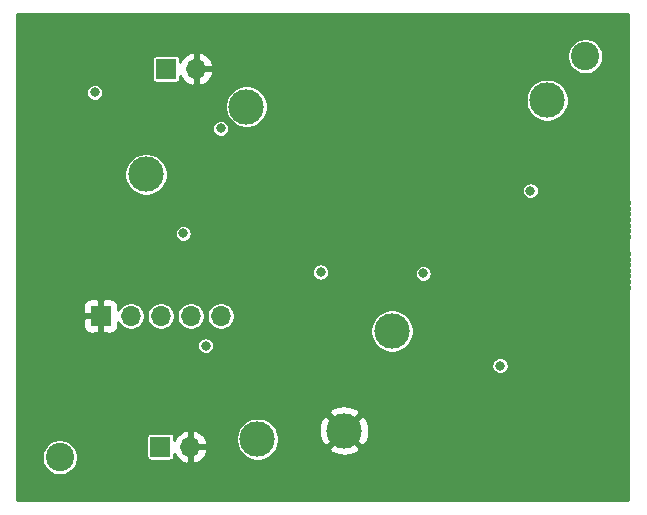
<source format=gbr>
%TF.GenerationSoftware,KiCad,Pcbnew,(5.1.8)-1*%
%TF.CreationDate,2021-01-15T01:55:51+01:00*%
%TF.ProjectId,Microwave_LO_Generator,4d696372-6f77-4617-9665-5f4c4f5f4765,rev?*%
%TF.SameCoordinates,Original*%
%TF.FileFunction,Copper,L4,Bot*%
%TF.FilePolarity,Positive*%
%FSLAX46Y46*%
G04 Gerber Fmt 4.6, Leading zero omitted, Abs format (unit mm)*
G04 Created by KiCad (PCBNEW (5.1.8)-1) date 2021-01-15 01:55:51*
%MOMM*%
%LPD*%
G01*
G04 APERTURE LIST*
%TA.AperFunction,ComponentPad*%
%ADD10C,0.600000*%
%TD*%
%TA.AperFunction,ComponentPad*%
%ADD11C,2.200000*%
%TD*%
%TA.AperFunction,ComponentPad*%
%ADD12O,1.700000X1.700000*%
%TD*%
%TA.AperFunction,ComponentPad*%
%ADD13R,1.700000X1.700000*%
%TD*%
%TA.AperFunction,ComponentPad*%
%ADD14C,3.000000*%
%TD*%
%TA.AperFunction,ComponentPad*%
%ADD15C,0.800000*%
%TD*%
%TA.AperFunction,SMDPad,CuDef*%
%ADD16R,2.700000X2.700000*%
%TD*%
%TA.AperFunction,ComponentPad*%
%ADD17C,0.500000*%
%TD*%
%TA.AperFunction,ViaPad*%
%ADD18C,2.400000*%
%TD*%
%TA.AperFunction,ViaPad*%
%ADD19C,0.800000*%
%TD*%
%TA.AperFunction,ViaPad*%
%ADD20C,0.500000*%
%TD*%
%TA.AperFunction,ViaPad*%
%ADD21C,0.600000*%
%TD*%
%TA.AperFunction,Conductor*%
%ADD22C,0.254000*%
%TD*%
%TA.AperFunction,Conductor*%
%ADD23C,0.100000*%
%TD*%
G04 APERTURE END LIST*
D10*
%TO.P,J5,2*%
%TO.N,0*%
X136840000Y-98745002D03*
X136840000Y-99215002D03*
X137310000Y-98745002D03*
X137310000Y-99215002D03*
X137780000Y-98745002D03*
X137780000Y-99215002D03*
X138250000Y-98745002D03*
X138250000Y-99215002D03*
X138720000Y-98745002D03*
X138720000Y-99215002D03*
X139190000Y-98745002D03*
X139190000Y-99215002D03*
X139660000Y-98275002D03*
X139660000Y-98745002D03*
X139660000Y-99215002D03*
X140130000Y-97805002D03*
X140130000Y-98275002D03*
X140130000Y-98745002D03*
X140130000Y-99215002D03*
X140600000Y-97335002D03*
X140600000Y-97805002D03*
X140600000Y-98275002D03*
X140600000Y-98745002D03*
X140600000Y-99215002D03*
X141070000Y-96865002D03*
X141070000Y-97335002D03*
X141070000Y-97805002D03*
X141070000Y-98275002D03*
X141070000Y-98745002D03*
X141070000Y-99215002D03*
X141540000Y-99215002D03*
X141540000Y-98745002D03*
X141540000Y-98275002D03*
X141540000Y-97805002D03*
X141540000Y-97335002D03*
X141540000Y-96865002D03*
X136840000Y-100710002D03*
X136840000Y-101180002D03*
X137310000Y-100710002D03*
X137310000Y-101180002D03*
X137780000Y-100710002D03*
X137780000Y-101180002D03*
X138250000Y-100710002D03*
X138250000Y-101180002D03*
X138720000Y-100710002D03*
X138720000Y-101180002D03*
X139190000Y-100710002D03*
X139190000Y-101180002D03*
X139660000Y-100710002D03*
X139660000Y-101180002D03*
X139660000Y-101650002D03*
X140130000Y-100710002D03*
X140130000Y-101180002D03*
X140130000Y-101650002D03*
X140130000Y-102120002D03*
X140600000Y-100710002D03*
X140600000Y-101180002D03*
X140600000Y-101650002D03*
X140600000Y-102120002D03*
X140600000Y-102590002D03*
X141070000Y-100710002D03*
X141070000Y-101180002D03*
X141070000Y-101650002D03*
X141070000Y-102120002D03*
X141070000Y-102590002D03*
X141070000Y-103060002D03*
X141540000Y-100710002D03*
X141540000Y-101180002D03*
X141540000Y-101650002D03*
X141540000Y-102120002D03*
X141540000Y-102590002D03*
X141540000Y-103060002D03*
X141540000Y-103530002D03*
X141540000Y-96395002D03*
D11*
X139360000Y-95205002D03*
X139360000Y-104720002D03*
%TD*%
D10*
%TO.P,J4,2*%
%TO.N,0*%
X135199999Y-116745001D03*
X134729999Y-116745001D03*
X135199999Y-117215001D03*
X134729999Y-117215001D03*
X135199999Y-117685001D03*
X134729999Y-117685001D03*
X135199999Y-118155001D03*
X134729999Y-118155001D03*
X135199999Y-118625001D03*
X134729999Y-118625001D03*
X135199999Y-119095001D03*
X134729999Y-119095001D03*
X135669999Y-119565001D03*
X135199999Y-119565001D03*
X134729999Y-119565001D03*
X136139999Y-120035001D03*
X135669999Y-120035001D03*
X135199999Y-120035001D03*
X134729999Y-120035001D03*
X136609999Y-120505001D03*
X136139999Y-120505001D03*
X135669999Y-120505001D03*
X135199999Y-120505001D03*
X134729999Y-120505001D03*
X137079999Y-120975001D03*
X136609999Y-120975001D03*
X136139999Y-120975001D03*
X135669999Y-120975001D03*
X135199999Y-120975001D03*
X134729999Y-120975001D03*
X134729999Y-121445001D03*
X135199999Y-121445001D03*
X135669999Y-121445001D03*
X136139999Y-121445001D03*
X136609999Y-121445001D03*
X137079999Y-121445001D03*
X133234999Y-116745001D03*
X132764999Y-116745001D03*
X133234999Y-117215001D03*
X132764999Y-117215001D03*
X133234999Y-117685001D03*
X132764999Y-117685001D03*
X133234999Y-118155001D03*
X132764999Y-118155001D03*
X133234999Y-118625001D03*
X132764999Y-118625001D03*
X133234999Y-119095001D03*
X132764999Y-119095001D03*
X133234999Y-119565001D03*
X132764999Y-119565001D03*
X132294999Y-119565001D03*
X133234999Y-120035001D03*
X132764999Y-120035001D03*
X132294999Y-120035001D03*
X131824999Y-120035001D03*
X133234999Y-120505001D03*
X132764999Y-120505001D03*
X132294999Y-120505001D03*
X131824999Y-120505001D03*
X131354999Y-120505001D03*
X133234999Y-120975001D03*
X132764999Y-120975001D03*
X132294999Y-120975001D03*
X131824999Y-120975001D03*
X131354999Y-120975001D03*
X130884999Y-120975001D03*
X133234999Y-121445001D03*
X132764999Y-121445001D03*
X132294999Y-121445001D03*
X131824999Y-121445001D03*
X131354999Y-121445001D03*
X130884999Y-121445001D03*
X130414999Y-121445001D03*
X137549999Y-121445001D03*
D11*
X138739999Y-119265001D03*
X129224999Y-119265001D03*
%TD*%
D12*
%TO.P,J3,2*%
%TO.N,0*%
X104978200Y-85005600D03*
D13*
%TO.P,J3,1*%
%TO.N,+6V*%
X102438200Y-85005600D03*
%TD*%
D12*
%TO.P,J2,2*%
%TO.N,0*%
X104500000Y-116995000D03*
D13*
%TO.P,J2,1*%
%TO.N,+12V*%
X101960000Y-116995000D03*
%TD*%
D12*
%TO.P,J1,5*%
%TO.N,Net-(J1-Pad5)*%
X107065000Y-105930000D03*
%TO.P,J1,4*%
%TO.N,Net-(J1-Pad4)*%
X104525000Y-105930000D03*
%TO.P,J1,3*%
%TO.N,Net-(J1-Pad3)*%
X101985000Y-105930000D03*
%TO.P,J1,2*%
%TO.N,Net-(J1-Pad2)*%
X99445000Y-105930000D03*
D13*
%TO.P,J1,1*%
%TO.N,0*%
X96905000Y-105930000D03*
%TD*%
D14*
%TO.P,TP1,1*%
%TO.N,Net-(R2-Pad1)*%
X100736400Y-93935200D03*
%TD*%
%TO.P,TP3,1*%
%TO.N,+9V*%
X110180120Y-116363400D03*
%TD*%
%TO.P,TP4,1*%
%TO.N,+5VA*%
X134710000Y-87665000D03*
%TD*%
%TO.P,TP5,1*%
%TO.N,+5VD*%
X121574560Y-107199080D03*
%TD*%
%TO.P,TP6,1*%
%TO.N,+3V3*%
X109235000Y-88215000D03*
%TD*%
D15*
%TO.P,U1,1*%
%TO.N,0*%
X108335000Y-98945000D03*
X108335000Y-100195000D03*
X109585000Y-98945000D03*
X108335000Y-97695000D03*
X107085000Y-98945000D03*
X107085000Y-100195000D03*
X107085000Y-97695000D03*
X109585000Y-97695000D03*
X109585000Y-100195000D03*
%TD*%
D16*
%TO.P,U6,11*%
%TO.N,0*%
X133735000Y-100215000D03*
D17*
X132735000Y-98715000D03*
X132735000Y-99215000D03*
X133735000Y-99215000D03*
X135235000Y-99215000D03*
X134735000Y-99215000D03*
X133235000Y-99715000D03*
X134235000Y-99715000D03*
X134735000Y-100215000D03*
X133735000Y-100215000D03*
X132735000Y-100215000D03*
X133235000Y-100715000D03*
X134235000Y-100715000D03*
X135235000Y-100715000D03*
X134735000Y-101215000D03*
X133735000Y-101215000D03*
X132735000Y-101215000D03*
X133235000Y-101715000D03*
X134735000Y-101715000D03*
%TD*%
D14*
%TO.P,TP2,1*%
%TO.N,0*%
X117510000Y-115630001D03*
%TD*%
D18*
%TO.N,*%
X93435000Y-117895000D03*
X137935000Y-83940000D03*
D19*
%TO.N,+3V3*%
X115535000Y-102215000D03*
X107065000Y-90055000D03*
X103890000Y-98945000D03*
X105795000Y-108455000D03*
%TO.N,CPout*%
X124210000Y-102335000D03*
X133280000Y-95335000D03*
D20*
%TO.N,0*%
X112645520Y-96906480D03*
X112295000Y-96495000D03*
D19*
X113780000Y-92335000D03*
D21*
X131370000Y-102635000D03*
X136590000Y-103105000D03*
X136590000Y-103575000D03*
X130100000Y-98760000D03*
X129630000Y-98760000D03*
X129160000Y-98760000D03*
D20*
X136085000Y-103250000D03*
X135285000Y-104000000D03*
D21*
X133250000Y-107335000D03*
X133250000Y-107805000D03*
X133250000Y-108745000D03*
X133250000Y-107805000D03*
X133250000Y-108275000D03*
X133250000Y-109215000D03*
X133250000Y-110155000D03*
X133250000Y-109685000D03*
X133250000Y-110625000D03*
X133250000Y-111095000D03*
X133250000Y-111565000D03*
X133250000Y-112035000D03*
X133250000Y-112505000D03*
X133250000Y-112975000D03*
X133250000Y-113445000D03*
X133250000Y-113915000D03*
X133250000Y-114385000D03*
X133250000Y-114855000D03*
X133250000Y-115325000D03*
X133250000Y-115795000D03*
X133250000Y-116265000D03*
X132780000Y-116265000D03*
X132780000Y-115795000D03*
X132780000Y-115325000D03*
X132780000Y-114385000D03*
X132780000Y-114855000D03*
X132780000Y-113915000D03*
X132780000Y-113445000D03*
X132780000Y-112975000D03*
X132780000Y-112505000D03*
X132780000Y-112035000D03*
X132780000Y-111565000D03*
X132780000Y-110625000D03*
X132780000Y-111095000D03*
X132780000Y-110155000D03*
X132780000Y-109685000D03*
X132780000Y-109215000D03*
X132780000Y-108745000D03*
X132780000Y-108275000D03*
X132780000Y-107805000D03*
X132780000Y-107335000D03*
X134710000Y-116265000D03*
X134710000Y-115795000D03*
X134710000Y-115325000D03*
X134710000Y-114855000D03*
X134710000Y-114385000D03*
X134710000Y-113915000D03*
X134710000Y-112975000D03*
X134710000Y-113445000D03*
X134710000Y-112505000D03*
X134710000Y-111565000D03*
X134710000Y-112035000D03*
X134710000Y-111095000D03*
X134710000Y-110625000D03*
X134710000Y-110155000D03*
X134710000Y-109685000D03*
X134710000Y-108745000D03*
X134710000Y-109215000D03*
X134710000Y-107805000D03*
X134710000Y-108275000D03*
X134710000Y-107335000D03*
X135180000Y-107335000D03*
X135180000Y-107805000D03*
X135180000Y-108275000D03*
X135180000Y-109215000D03*
X135180000Y-108745000D03*
X135180000Y-109685000D03*
X135180000Y-110155000D03*
X135180000Y-110625000D03*
X135180000Y-111095000D03*
X135180000Y-111565000D03*
X135180000Y-112035000D03*
X135180000Y-112505000D03*
X135180000Y-113445000D03*
X135180000Y-112975000D03*
X135180000Y-113915000D03*
X135180000Y-114385000D03*
X135180000Y-114855000D03*
X135180000Y-115325000D03*
X135180000Y-115795000D03*
X135180000Y-116265000D03*
D20*
X131885000Y-103250000D03*
X132635000Y-104000000D03*
D21*
X130570000Y-98760000D03*
X130570000Y-98290000D03*
X130100000Y-98290000D03*
X129630000Y-98290000D03*
X129160000Y-98290000D03*
X128690000Y-98290000D03*
X128690000Y-97820000D03*
X128220000Y-97820000D03*
X128220000Y-97350000D03*
X127750000Y-97350000D03*
X127280000Y-97350000D03*
X126810000Y-97350000D03*
X126340000Y-97350000D03*
X125870000Y-97350000D03*
X125870000Y-97350000D03*
X125400000Y-97350000D03*
X124930000Y-97350000D03*
X124930000Y-96880000D03*
X125400000Y-96880000D03*
X125870000Y-96880000D03*
X125870000Y-96880000D03*
X126340000Y-96880000D03*
X126810000Y-96880000D03*
X127280000Y-96880000D03*
X127750000Y-96880000D03*
X123520000Y-97350000D03*
X123520000Y-96880000D03*
X123050000Y-97350000D03*
X122580000Y-97350000D03*
X122110000Y-97350000D03*
X121640000Y-97350000D03*
X121640000Y-96880000D03*
X122110000Y-96880000D03*
X122580000Y-96880000D03*
X123050000Y-96880000D03*
X121170000Y-97350000D03*
X120700000Y-97350000D03*
X121170000Y-96880000D03*
X120700000Y-96880000D03*
X120230000Y-97350000D03*
X119760000Y-97350000D03*
X120230000Y-96880000D03*
X119760000Y-96880000D03*
X119290000Y-97350000D03*
X118820000Y-97350000D03*
X118350000Y-97350000D03*
X117880000Y-97350000D03*
X117410000Y-97350000D03*
X116940000Y-97350000D03*
X116470000Y-97350000D03*
X116000000Y-97350000D03*
X116000000Y-96880000D03*
X116470000Y-96880000D03*
X116940000Y-96880000D03*
X117410000Y-96880000D03*
X117880000Y-96880000D03*
X118350000Y-96880000D03*
X118820000Y-96880000D03*
X119290000Y-96880000D03*
X115530000Y-97350000D03*
X115060000Y-97350000D03*
X114590000Y-97350000D03*
X114120000Y-97350000D03*
X113650000Y-97350000D03*
X113180000Y-97350000D03*
X113180000Y-96880000D03*
X113650000Y-96880000D03*
X114120000Y-96880000D03*
X114590000Y-96880000D03*
X115060000Y-96880000D03*
X115530000Y-96880000D03*
X112265000Y-95935000D03*
X126810000Y-98960000D03*
X127280000Y-99430000D03*
X127750000Y-99900000D03*
X128220000Y-100370000D03*
X128690000Y-100370000D03*
X129160000Y-100370000D03*
X129630000Y-100370000D03*
X129630000Y-100840000D03*
X129160000Y-100840000D03*
X128690000Y-100840000D03*
X128220000Y-100840000D03*
X127750000Y-100370000D03*
X127280000Y-99900000D03*
X126810000Y-99430000D03*
X126340000Y-98960000D03*
X126340000Y-99430000D03*
X124930000Y-98960000D03*
X124930000Y-99430000D03*
X125400000Y-99430000D03*
X125400000Y-98960000D03*
X125870000Y-98960000D03*
X125870000Y-99430000D03*
X123520000Y-98960000D03*
X123050000Y-98960000D03*
X122580000Y-98960000D03*
X122110000Y-98960000D03*
X121640000Y-98960000D03*
X121170000Y-98960000D03*
X120700000Y-98960000D03*
X120230000Y-98960000D03*
X119760000Y-98960000D03*
X119290000Y-98960000D03*
X118820000Y-99010000D03*
X118352700Y-98963000D03*
X117882700Y-98963000D03*
X117412700Y-98963000D03*
X116942700Y-98963000D03*
X116470000Y-98960000D03*
X116000000Y-98960000D03*
X113180000Y-98960000D03*
X113650000Y-98960000D03*
X114120000Y-98960000D03*
X114590000Y-98960000D03*
X115060000Y-98960000D03*
X115530000Y-98960000D03*
X113180000Y-99430000D03*
X113650000Y-99430000D03*
X114120000Y-99430000D03*
X114590000Y-99430000D03*
X115060000Y-99430000D03*
X115530000Y-99430000D03*
X116000000Y-99430000D03*
X116470000Y-99430000D03*
X116942700Y-99433000D03*
X117412700Y-99433000D03*
X117882700Y-99433000D03*
X118352700Y-99433000D03*
X118820000Y-99480000D03*
X119290000Y-99430000D03*
X120230000Y-99430000D03*
X119760000Y-99430000D03*
X120700000Y-99430000D03*
X121170000Y-99430000D03*
X121640000Y-99430000D03*
X122110000Y-99430000D03*
X122580000Y-99430000D03*
X123050000Y-99430000D03*
X123520000Y-99430000D03*
D19*
X129780000Y-93835000D03*
X121159897Y-104357741D03*
X102235000Y-111215000D03*
X131102500Y-86347500D03*
X97235000Y-93215000D03*
X124735000Y-112715000D03*
D20*
X128485000Y-102965000D03*
X129485000Y-103965000D03*
X130485000Y-102965000D03*
X131772500Y-102177500D03*
X135665000Y-95105000D03*
X136645000Y-96025000D03*
X136685000Y-97045000D03*
D19*
X111565000Y-104635000D03*
X103275000Y-99985000D03*
X104565000Y-94375000D03*
X110690000Y-95975001D03*
X114560000Y-100230001D03*
D21*
X132780000Y-106865000D03*
X133250000Y-106865000D03*
X133250000Y-106395000D03*
X132780000Y-106395000D03*
X132780000Y-105925000D03*
X133250000Y-105925000D03*
X133250000Y-105455000D03*
X132780000Y-105455000D03*
X132780000Y-104985000D03*
X133250000Y-104985000D03*
X133250000Y-104515000D03*
X132780000Y-104515000D03*
X134710000Y-106865000D03*
X134710000Y-106395000D03*
X134710000Y-105925000D03*
X134710000Y-105455000D03*
X134710000Y-104985000D03*
X134710000Y-104515000D03*
X135180000Y-104515000D03*
X135180000Y-104985000D03*
X135180000Y-105455000D03*
X135180000Y-105925000D03*
X135180000Y-106395000D03*
X135180000Y-106865000D03*
X135650000Y-102165000D03*
X135650000Y-104515000D03*
X136120000Y-104045000D03*
X136120000Y-102635000D03*
X132310000Y-104515000D03*
X131840000Y-104045000D03*
X131370000Y-103575000D03*
X131370000Y-103105000D03*
D20*
X112589640Y-99517600D03*
D19*
%TO.N,+6V*%
X96393000Y-86999500D03*
X130720000Y-110145000D03*
%TD*%
D22*
%TO.N,0*%
X141585201Y-121492783D02*
X89812000Y-121517818D01*
X89812000Y-117744604D01*
X91908000Y-117744604D01*
X91908000Y-118045396D01*
X91966681Y-118340410D01*
X92081790Y-118618306D01*
X92248901Y-118868406D01*
X92461594Y-119081099D01*
X92711694Y-119248210D01*
X92989590Y-119363319D01*
X93284604Y-119422000D01*
X93585396Y-119422000D01*
X93880410Y-119363319D01*
X94158306Y-119248210D01*
X94408406Y-119081099D01*
X94621099Y-118868406D01*
X94788210Y-118618306D01*
X94903319Y-118340410D01*
X94962000Y-118045396D01*
X94962000Y-117744604D01*
X94903319Y-117449590D01*
X94788210Y-117171694D01*
X94621099Y-116921594D01*
X94408406Y-116708901D01*
X94158306Y-116541790D01*
X93880410Y-116426681D01*
X93585396Y-116368000D01*
X93284604Y-116368000D01*
X92989590Y-116426681D01*
X92711694Y-116541790D01*
X92461594Y-116708901D01*
X92248901Y-116921594D01*
X92081790Y-117171694D01*
X91966681Y-117449590D01*
X91908000Y-117744604D01*
X89812000Y-117744604D01*
X89812000Y-116145000D01*
X100781418Y-116145000D01*
X100781418Y-117845000D01*
X100787732Y-117909103D01*
X100806430Y-117970743D01*
X100836794Y-118027550D01*
X100877657Y-118077343D01*
X100927450Y-118118206D01*
X100984257Y-118148570D01*
X101045897Y-118167268D01*
X101110000Y-118173582D01*
X102810000Y-118173582D01*
X102874103Y-118167268D01*
X102935743Y-118148570D01*
X102992550Y-118118206D01*
X103042343Y-118077343D01*
X103083206Y-118027550D01*
X103113570Y-117970743D01*
X103132268Y-117909103D01*
X103138582Y-117845000D01*
X103138582Y-117577592D01*
X103155843Y-117626252D01*
X103304822Y-117876355D01*
X103499731Y-118092588D01*
X103733080Y-118266641D01*
X103995901Y-118391825D01*
X104143110Y-118436476D01*
X104373000Y-118315155D01*
X104373000Y-117122000D01*
X104627000Y-117122000D01*
X104627000Y-118315155D01*
X104856890Y-118436476D01*
X105004099Y-118391825D01*
X105266920Y-118266641D01*
X105500269Y-118092588D01*
X105695178Y-117876355D01*
X105844157Y-117626252D01*
X105941481Y-117351891D01*
X105820814Y-117122000D01*
X104627000Y-117122000D01*
X104373000Y-117122000D01*
X104353000Y-117122000D01*
X104353000Y-116868000D01*
X104373000Y-116868000D01*
X104373000Y-115674845D01*
X104627000Y-115674845D01*
X104627000Y-116868000D01*
X105820814Y-116868000D01*
X105941481Y-116638109D01*
X105844157Y-116363748D01*
X105736763Y-116183456D01*
X108353120Y-116183456D01*
X108353120Y-116543344D01*
X108423331Y-116896316D01*
X108561054Y-117228809D01*
X108760996Y-117528045D01*
X109015475Y-117782524D01*
X109314711Y-117982466D01*
X109647204Y-118120189D01*
X110000176Y-118190400D01*
X110360064Y-118190400D01*
X110713036Y-118120189D01*
X111045529Y-117982466D01*
X111344765Y-117782524D01*
X111599244Y-117528045D01*
X111799186Y-117228809D01*
X111843571Y-117121654D01*
X116197952Y-117121654D01*
X116353962Y-117437215D01*
X116728745Y-117628021D01*
X117133551Y-117742045D01*
X117552824Y-117774903D01*
X117970451Y-117725335D01*
X118370383Y-117595244D01*
X118666038Y-117437215D01*
X118822048Y-117121654D01*
X117510000Y-115809606D01*
X116197952Y-117121654D01*
X111843571Y-117121654D01*
X111936909Y-116896316D01*
X112007120Y-116543344D01*
X112007120Y-116183456D01*
X111936909Y-115830484D01*
X111871605Y-115672825D01*
X115365098Y-115672825D01*
X115414666Y-116090452D01*
X115544757Y-116490384D01*
X115702786Y-116786039D01*
X116018347Y-116942049D01*
X117330395Y-115630001D01*
X117689605Y-115630001D01*
X119001653Y-116942049D01*
X119317214Y-116786039D01*
X119508020Y-116411256D01*
X119622044Y-116006450D01*
X119654902Y-115587177D01*
X119605334Y-115169550D01*
X119475243Y-114769618D01*
X119317214Y-114473963D01*
X119001653Y-114317953D01*
X117689605Y-115630001D01*
X117330395Y-115630001D01*
X116018347Y-114317953D01*
X115702786Y-114473963D01*
X115511980Y-114848746D01*
X115397956Y-115253552D01*
X115365098Y-115672825D01*
X111871605Y-115672825D01*
X111799186Y-115497991D01*
X111599244Y-115198755D01*
X111344765Y-114944276D01*
X111045529Y-114744334D01*
X110713036Y-114606611D01*
X110360064Y-114536400D01*
X110000176Y-114536400D01*
X109647204Y-114606611D01*
X109314711Y-114744334D01*
X109015475Y-114944276D01*
X108760996Y-115198755D01*
X108561054Y-115497991D01*
X108423331Y-115830484D01*
X108353120Y-116183456D01*
X105736763Y-116183456D01*
X105695178Y-116113645D01*
X105500269Y-115897412D01*
X105266920Y-115723359D01*
X105004099Y-115598175D01*
X104856890Y-115553524D01*
X104627000Y-115674845D01*
X104373000Y-115674845D01*
X104143110Y-115553524D01*
X103995901Y-115598175D01*
X103733080Y-115723359D01*
X103499731Y-115897412D01*
X103304822Y-116113645D01*
X103155843Y-116363748D01*
X103138582Y-116412408D01*
X103138582Y-116145000D01*
X103132268Y-116080897D01*
X103113570Y-116019257D01*
X103083206Y-115962450D01*
X103042343Y-115912657D01*
X102992550Y-115871794D01*
X102935743Y-115841430D01*
X102874103Y-115822732D01*
X102810000Y-115816418D01*
X101110000Y-115816418D01*
X101045897Y-115822732D01*
X100984257Y-115841430D01*
X100927450Y-115871794D01*
X100877657Y-115912657D01*
X100836794Y-115962450D01*
X100806430Y-116019257D01*
X100787732Y-116080897D01*
X100781418Y-116145000D01*
X89812000Y-116145000D01*
X89812000Y-114138348D01*
X116197952Y-114138348D01*
X117510000Y-115450396D01*
X118822048Y-114138348D01*
X118666038Y-113822787D01*
X118291255Y-113631981D01*
X117886449Y-113517957D01*
X117467176Y-113485099D01*
X117049549Y-113534667D01*
X116649617Y-113664758D01*
X116353962Y-113822787D01*
X116197952Y-114138348D01*
X89812000Y-114138348D01*
X89812000Y-110073397D01*
X129993000Y-110073397D01*
X129993000Y-110216603D01*
X130020938Y-110357058D01*
X130075741Y-110489364D01*
X130155302Y-110608436D01*
X130256564Y-110709698D01*
X130375636Y-110789259D01*
X130507942Y-110844062D01*
X130648397Y-110872000D01*
X130791603Y-110872000D01*
X130932058Y-110844062D01*
X131064364Y-110789259D01*
X131183436Y-110709698D01*
X131284698Y-110608436D01*
X131364259Y-110489364D01*
X131419062Y-110357058D01*
X131447000Y-110216603D01*
X131447000Y-110073397D01*
X131419062Y-109932942D01*
X131364259Y-109800636D01*
X131284698Y-109681564D01*
X131183436Y-109580302D01*
X131064364Y-109500741D01*
X130932058Y-109445938D01*
X130791603Y-109418000D01*
X130648397Y-109418000D01*
X130507942Y-109445938D01*
X130375636Y-109500741D01*
X130256564Y-109580302D01*
X130155302Y-109681564D01*
X130075741Y-109800636D01*
X130020938Y-109932942D01*
X129993000Y-110073397D01*
X89812000Y-110073397D01*
X89812000Y-108383397D01*
X105068000Y-108383397D01*
X105068000Y-108526603D01*
X105095938Y-108667058D01*
X105150741Y-108799364D01*
X105230302Y-108918436D01*
X105331564Y-109019698D01*
X105450636Y-109099259D01*
X105582942Y-109154062D01*
X105723397Y-109182000D01*
X105866603Y-109182000D01*
X106007058Y-109154062D01*
X106139364Y-109099259D01*
X106258436Y-109019698D01*
X106359698Y-108918436D01*
X106439259Y-108799364D01*
X106494062Y-108667058D01*
X106522000Y-108526603D01*
X106522000Y-108383397D01*
X106494062Y-108242942D01*
X106439259Y-108110636D01*
X106359698Y-107991564D01*
X106258436Y-107890302D01*
X106139364Y-107810741D01*
X106007058Y-107755938D01*
X105866603Y-107728000D01*
X105723397Y-107728000D01*
X105582942Y-107755938D01*
X105450636Y-107810741D01*
X105331564Y-107890302D01*
X105230302Y-107991564D01*
X105150741Y-108110636D01*
X105095938Y-108242942D01*
X105068000Y-108383397D01*
X89812000Y-108383397D01*
X89812000Y-106780000D01*
X95416928Y-106780000D01*
X95429188Y-106904482D01*
X95465498Y-107024180D01*
X95524463Y-107134494D01*
X95603815Y-107231185D01*
X95700506Y-107310537D01*
X95810820Y-107369502D01*
X95930518Y-107405812D01*
X96055000Y-107418072D01*
X96619250Y-107415000D01*
X96778000Y-107256250D01*
X96778000Y-106057000D01*
X95578750Y-106057000D01*
X95420000Y-106215750D01*
X95416928Y-106780000D01*
X89812000Y-106780000D01*
X89812000Y-105080000D01*
X95416928Y-105080000D01*
X95420000Y-105644250D01*
X95578750Y-105803000D01*
X96778000Y-105803000D01*
X96778000Y-104603750D01*
X97032000Y-104603750D01*
X97032000Y-105803000D01*
X97052000Y-105803000D01*
X97052000Y-106057000D01*
X97032000Y-106057000D01*
X97032000Y-107256250D01*
X97190750Y-107415000D01*
X97755000Y-107418072D01*
X97879482Y-107405812D01*
X97999180Y-107369502D01*
X98109494Y-107310537D01*
X98206185Y-107231185D01*
X98285537Y-107134494D01*
X98344502Y-107024180D01*
X98380812Y-106904482D01*
X98393072Y-106780000D01*
X98391340Y-106461890D01*
X98401956Y-106487519D01*
X98530764Y-106680294D01*
X98694706Y-106844236D01*
X98887481Y-106973044D01*
X99101682Y-107061769D01*
X99329076Y-107107000D01*
X99560924Y-107107000D01*
X99788318Y-107061769D01*
X100002519Y-106973044D01*
X100195294Y-106844236D01*
X100359236Y-106680294D01*
X100488044Y-106487519D01*
X100576769Y-106273318D01*
X100622000Y-106045924D01*
X100622000Y-105814076D01*
X100808000Y-105814076D01*
X100808000Y-106045924D01*
X100853231Y-106273318D01*
X100941956Y-106487519D01*
X101070764Y-106680294D01*
X101234706Y-106844236D01*
X101427481Y-106973044D01*
X101641682Y-107061769D01*
X101869076Y-107107000D01*
X102100924Y-107107000D01*
X102328318Y-107061769D01*
X102542519Y-106973044D01*
X102735294Y-106844236D01*
X102899236Y-106680294D01*
X103028044Y-106487519D01*
X103116769Y-106273318D01*
X103162000Y-106045924D01*
X103162000Y-105814076D01*
X103348000Y-105814076D01*
X103348000Y-106045924D01*
X103393231Y-106273318D01*
X103481956Y-106487519D01*
X103610764Y-106680294D01*
X103774706Y-106844236D01*
X103967481Y-106973044D01*
X104181682Y-107061769D01*
X104409076Y-107107000D01*
X104640924Y-107107000D01*
X104868318Y-107061769D01*
X105082519Y-106973044D01*
X105275294Y-106844236D01*
X105439236Y-106680294D01*
X105568044Y-106487519D01*
X105656769Y-106273318D01*
X105702000Y-106045924D01*
X105702000Y-105814076D01*
X105888000Y-105814076D01*
X105888000Y-106045924D01*
X105933231Y-106273318D01*
X106021956Y-106487519D01*
X106150764Y-106680294D01*
X106314706Y-106844236D01*
X106507481Y-106973044D01*
X106721682Y-107061769D01*
X106949076Y-107107000D01*
X107180924Y-107107000D01*
X107408318Y-107061769D01*
X107511243Y-107019136D01*
X119747560Y-107019136D01*
X119747560Y-107379024D01*
X119817771Y-107731996D01*
X119955494Y-108064489D01*
X120155436Y-108363725D01*
X120409915Y-108618204D01*
X120709151Y-108818146D01*
X121041644Y-108955869D01*
X121394616Y-109026080D01*
X121754504Y-109026080D01*
X122107476Y-108955869D01*
X122439969Y-108818146D01*
X122739205Y-108618204D01*
X122993684Y-108363725D01*
X123193626Y-108064489D01*
X123331349Y-107731996D01*
X123401560Y-107379024D01*
X123401560Y-107019136D01*
X123331349Y-106666164D01*
X123193626Y-106333671D01*
X122993684Y-106034435D01*
X122739205Y-105779956D01*
X122439969Y-105580014D01*
X122107476Y-105442291D01*
X121754504Y-105372080D01*
X121394616Y-105372080D01*
X121041644Y-105442291D01*
X120709151Y-105580014D01*
X120409915Y-105779956D01*
X120155436Y-106034435D01*
X119955494Y-106333671D01*
X119817771Y-106666164D01*
X119747560Y-107019136D01*
X107511243Y-107019136D01*
X107622519Y-106973044D01*
X107815294Y-106844236D01*
X107979236Y-106680294D01*
X108108044Y-106487519D01*
X108196769Y-106273318D01*
X108242000Y-106045924D01*
X108242000Y-105814076D01*
X108196769Y-105586682D01*
X108108044Y-105372481D01*
X107979236Y-105179706D01*
X107815294Y-105015764D01*
X107622519Y-104886956D01*
X107408318Y-104798231D01*
X107180924Y-104753000D01*
X106949076Y-104753000D01*
X106721682Y-104798231D01*
X106507481Y-104886956D01*
X106314706Y-105015764D01*
X106150764Y-105179706D01*
X106021956Y-105372481D01*
X105933231Y-105586682D01*
X105888000Y-105814076D01*
X105702000Y-105814076D01*
X105656769Y-105586682D01*
X105568044Y-105372481D01*
X105439236Y-105179706D01*
X105275294Y-105015764D01*
X105082519Y-104886956D01*
X104868318Y-104798231D01*
X104640924Y-104753000D01*
X104409076Y-104753000D01*
X104181682Y-104798231D01*
X103967481Y-104886956D01*
X103774706Y-105015764D01*
X103610764Y-105179706D01*
X103481956Y-105372481D01*
X103393231Y-105586682D01*
X103348000Y-105814076D01*
X103162000Y-105814076D01*
X103116769Y-105586682D01*
X103028044Y-105372481D01*
X102899236Y-105179706D01*
X102735294Y-105015764D01*
X102542519Y-104886956D01*
X102328318Y-104798231D01*
X102100924Y-104753000D01*
X101869076Y-104753000D01*
X101641682Y-104798231D01*
X101427481Y-104886956D01*
X101234706Y-105015764D01*
X101070764Y-105179706D01*
X100941956Y-105372481D01*
X100853231Y-105586682D01*
X100808000Y-105814076D01*
X100622000Y-105814076D01*
X100576769Y-105586682D01*
X100488044Y-105372481D01*
X100359236Y-105179706D01*
X100195294Y-105015764D01*
X100002519Y-104886956D01*
X99788318Y-104798231D01*
X99560924Y-104753000D01*
X99329076Y-104753000D01*
X99101682Y-104798231D01*
X98887481Y-104886956D01*
X98694706Y-105015764D01*
X98530764Y-105179706D01*
X98401956Y-105372481D01*
X98391340Y-105398110D01*
X98393072Y-105080000D01*
X98380812Y-104955518D01*
X98344502Y-104835820D01*
X98285537Y-104725506D01*
X98206185Y-104628815D01*
X98109494Y-104549463D01*
X97999180Y-104490498D01*
X97879482Y-104454188D01*
X97755000Y-104441928D01*
X97190750Y-104445000D01*
X97032000Y-104603750D01*
X96778000Y-104603750D01*
X96619250Y-104445000D01*
X96055000Y-104441928D01*
X95930518Y-104454188D01*
X95810820Y-104490498D01*
X95700506Y-104549463D01*
X95603815Y-104628815D01*
X95524463Y-104725506D01*
X95465498Y-104835820D01*
X95429188Y-104955518D01*
X95416928Y-105080000D01*
X89812000Y-105080000D01*
X89812000Y-102143397D01*
X114808000Y-102143397D01*
X114808000Y-102286603D01*
X114835938Y-102427058D01*
X114890741Y-102559364D01*
X114970302Y-102678436D01*
X115071564Y-102779698D01*
X115190636Y-102859259D01*
X115322942Y-102914062D01*
X115463397Y-102942000D01*
X115606603Y-102942000D01*
X115747058Y-102914062D01*
X115879364Y-102859259D01*
X115998436Y-102779698D01*
X116099698Y-102678436D01*
X116179259Y-102559364D01*
X116234062Y-102427058D01*
X116262000Y-102286603D01*
X116262000Y-102263397D01*
X123483000Y-102263397D01*
X123483000Y-102406603D01*
X123510938Y-102547058D01*
X123565741Y-102679364D01*
X123645302Y-102798436D01*
X123746564Y-102899698D01*
X123865636Y-102979259D01*
X123997942Y-103034062D01*
X124138397Y-103062000D01*
X124281603Y-103062000D01*
X124422058Y-103034062D01*
X124554364Y-102979259D01*
X124673436Y-102899698D01*
X124774698Y-102798436D01*
X124854259Y-102679364D01*
X124909062Y-102547058D01*
X124937000Y-102406603D01*
X124937000Y-102263397D01*
X124909062Y-102122942D01*
X124854259Y-101990636D01*
X124774698Y-101871564D01*
X124673436Y-101770302D01*
X124554364Y-101690741D01*
X124422058Y-101635938D01*
X124281603Y-101608000D01*
X124138397Y-101608000D01*
X123997942Y-101635938D01*
X123865636Y-101690741D01*
X123746564Y-101770302D01*
X123645302Y-101871564D01*
X123565741Y-101990636D01*
X123510938Y-102122942D01*
X123483000Y-102263397D01*
X116262000Y-102263397D01*
X116262000Y-102143397D01*
X116234062Y-102002942D01*
X116179259Y-101870636D01*
X116099698Y-101751564D01*
X115998436Y-101650302D01*
X115879364Y-101570741D01*
X115747058Y-101515938D01*
X115606603Y-101488000D01*
X115463397Y-101488000D01*
X115322942Y-101515938D01*
X115190636Y-101570741D01*
X115071564Y-101650302D01*
X114970302Y-101751564D01*
X114890741Y-101870636D01*
X114835938Y-102002942D01*
X114808000Y-102143397D01*
X89812000Y-102143397D01*
X89812000Y-98873397D01*
X103163000Y-98873397D01*
X103163000Y-99016603D01*
X103190938Y-99157058D01*
X103245741Y-99289364D01*
X103325302Y-99408436D01*
X103426564Y-99509698D01*
X103545636Y-99589259D01*
X103677942Y-99644062D01*
X103818397Y-99672000D01*
X103961603Y-99672000D01*
X104102058Y-99644062D01*
X104234364Y-99589259D01*
X104353436Y-99509698D01*
X104454698Y-99408436D01*
X104534259Y-99289364D01*
X104589062Y-99157058D01*
X104617000Y-99016603D01*
X104617000Y-98873397D01*
X104589062Y-98732942D01*
X104534259Y-98600636D01*
X104454698Y-98481564D01*
X104353436Y-98380302D01*
X104234364Y-98300741D01*
X104102058Y-98245938D01*
X103961603Y-98218000D01*
X103818397Y-98218000D01*
X103677942Y-98245938D01*
X103545636Y-98300741D01*
X103426564Y-98380302D01*
X103325302Y-98481564D01*
X103245741Y-98600636D01*
X103190938Y-98732942D01*
X103163000Y-98873397D01*
X89812000Y-98873397D01*
X89812000Y-93755256D01*
X98909400Y-93755256D01*
X98909400Y-94115144D01*
X98979611Y-94468116D01*
X99117334Y-94800609D01*
X99317276Y-95099845D01*
X99571755Y-95354324D01*
X99870991Y-95554266D01*
X100203484Y-95691989D01*
X100556456Y-95762200D01*
X100916344Y-95762200D01*
X101269316Y-95691989D01*
X101601809Y-95554266D01*
X101901045Y-95354324D01*
X101991972Y-95263397D01*
X132553000Y-95263397D01*
X132553000Y-95406603D01*
X132580938Y-95547058D01*
X132635741Y-95679364D01*
X132715302Y-95798436D01*
X132816564Y-95899698D01*
X132935636Y-95979259D01*
X133067942Y-96034062D01*
X133208397Y-96062000D01*
X133351603Y-96062000D01*
X133492058Y-96034062D01*
X133624364Y-95979259D01*
X133743436Y-95899698D01*
X133844698Y-95798436D01*
X133924259Y-95679364D01*
X133979062Y-95547058D01*
X134007000Y-95406603D01*
X134007000Y-95263397D01*
X133979062Y-95122942D01*
X133924259Y-94990636D01*
X133844698Y-94871564D01*
X133743436Y-94770302D01*
X133624364Y-94690741D01*
X133492058Y-94635938D01*
X133351603Y-94608000D01*
X133208397Y-94608000D01*
X133067942Y-94635938D01*
X132935636Y-94690741D01*
X132816564Y-94770302D01*
X132715302Y-94871564D01*
X132635741Y-94990636D01*
X132580938Y-95122942D01*
X132553000Y-95263397D01*
X101991972Y-95263397D01*
X102155524Y-95099845D01*
X102355466Y-94800609D01*
X102493189Y-94468116D01*
X102563400Y-94115144D01*
X102563400Y-93755256D01*
X102493189Y-93402284D01*
X102355466Y-93069791D01*
X102155524Y-92770555D01*
X101901045Y-92516076D01*
X101601809Y-92316134D01*
X101269316Y-92178411D01*
X100916344Y-92108200D01*
X100556456Y-92108200D01*
X100203484Y-92178411D01*
X99870991Y-92316134D01*
X99571755Y-92516076D01*
X99317276Y-92770555D01*
X99117334Y-93069791D01*
X98979611Y-93402284D01*
X98909400Y-93755256D01*
X89812000Y-93755256D01*
X89812000Y-89983397D01*
X106338000Y-89983397D01*
X106338000Y-90126603D01*
X106365938Y-90267058D01*
X106420741Y-90399364D01*
X106500302Y-90518436D01*
X106601564Y-90619698D01*
X106720636Y-90699259D01*
X106852942Y-90754062D01*
X106993397Y-90782000D01*
X107136603Y-90782000D01*
X107277058Y-90754062D01*
X107409364Y-90699259D01*
X107528436Y-90619698D01*
X107629698Y-90518436D01*
X107709259Y-90399364D01*
X107764062Y-90267058D01*
X107792000Y-90126603D01*
X107792000Y-89983397D01*
X107764062Y-89842942D01*
X107709259Y-89710636D01*
X107629698Y-89591564D01*
X107528436Y-89490302D01*
X107409364Y-89410741D01*
X107277058Y-89355938D01*
X107136603Y-89328000D01*
X106993397Y-89328000D01*
X106852942Y-89355938D01*
X106720636Y-89410741D01*
X106601564Y-89490302D01*
X106500302Y-89591564D01*
X106420741Y-89710636D01*
X106365938Y-89842942D01*
X106338000Y-89983397D01*
X89812000Y-89983397D01*
X89812000Y-88035056D01*
X107408000Y-88035056D01*
X107408000Y-88394944D01*
X107478211Y-88747916D01*
X107615934Y-89080409D01*
X107815876Y-89379645D01*
X108070355Y-89634124D01*
X108369591Y-89834066D01*
X108702084Y-89971789D01*
X109055056Y-90042000D01*
X109414944Y-90042000D01*
X109767916Y-89971789D01*
X110100409Y-89834066D01*
X110399645Y-89634124D01*
X110654124Y-89379645D01*
X110854066Y-89080409D01*
X110991789Y-88747916D01*
X111062000Y-88394944D01*
X111062000Y-88035056D01*
X110991789Y-87682084D01*
X110910178Y-87485056D01*
X132883000Y-87485056D01*
X132883000Y-87844944D01*
X132953211Y-88197916D01*
X133090934Y-88530409D01*
X133290876Y-88829645D01*
X133545355Y-89084124D01*
X133844591Y-89284066D01*
X134177084Y-89421789D01*
X134530056Y-89492000D01*
X134889944Y-89492000D01*
X135242916Y-89421789D01*
X135575409Y-89284066D01*
X135874645Y-89084124D01*
X136129124Y-88829645D01*
X136329066Y-88530409D01*
X136466789Y-88197916D01*
X136537000Y-87844944D01*
X136537000Y-87485056D01*
X136466789Y-87132084D01*
X136329066Y-86799591D01*
X136129124Y-86500355D01*
X135874645Y-86245876D01*
X135575409Y-86045934D01*
X135242916Y-85908211D01*
X134889944Y-85838000D01*
X134530056Y-85838000D01*
X134177084Y-85908211D01*
X133844591Y-86045934D01*
X133545355Y-86245876D01*
X133290876Y-86500355D01*
X133090934Y-86799591D01*
X132953211Y-87132084D01*
X132883000Y-87485056D01*
X110910178Y-87485056D01*
X110854066Y-87349591D01*
X110654124Y-87050355D01*
X110399645Y-86795876D01*
X110100409Y-86595934D01*
X109767916Y-86458211D01*
X109414944Y-86388000D01*
X109055056Y-86388000D01*
X108702084Y-86458211D01*
X108369591Y-86595934D01*
X108070355Y-86795876D01*
X107815876Y-87050355D01*
X107615934Y-87349591D01*
X107478211Y-87682084D01*
X107408000Y-88035056D01*
X89812000Y-88035056D01*
X89812000Y-86927897D01*
X95666000Y-86927897D01*
X95666000Y-87071103D01*
X95693938Y-87211558D01*
X95748741Y-87343864D01*
X95828302Y-87462936D01*
X95929564Y-87564198D01*
X96048636Y-87643759D01*
X96180942Y-87698562D01*
X96321397Y-87726500D01*
X96464603Y-87726500D01*
X96605058Y-87698562D01*
X96737364Y-87643759D01*
X96856436Y-87564198D01*
X96957698Y-87462936D01*
X97037259Y-87343864D01*
X97092062Y-87211558D01*
X97120000Y-87071103D01*
X97120000Y-86927897D01*
X97092062Y-86787442D01*
X97037259Y-86655136D01*
X96957698Y-86536064D01*
X96856436Y-86434802D01*
X96737364Y-86355241D01*
X96605058Y-86300438D01*
X96464603Y-86272500D01*
X96321397Y-86272500D01*
X96180942Y-86300438D01*
X96048636Y-86355241D01*
X95929564Y-86434802D01*
X95828302Y-86536064D01*
X95748741Y-86655136D01*
X95693938Y-86787442D01*
X95666000Y-86927897D01*
X89812000Y-86927897D01*
X89812000Y-84155600D01*
X101259618Y-84155600D01*
X101259618Y-85855600D01*
X101265932Y-85919703D01*
X101284630Y-85981343D01*
X101314994Y-86038150D01*
X101355857Y-86087943D01*
X101405650Y-86128806D01*
X101462457Y-86159170D01*
X101524097Y-86177868D01*
X101588200Y-86184182D01*
X103288200Y-86184182D01*
X103352303Y-86177868D01*
X103413943Y-86159170D01*
X103470750Y-86128806D01*
X103520543Y-86087943D01*
X103561406Y-86038150D01*
X103591770Y-85981343D01*
X103610468Y-85919703D01*
X103616782Y-85855600D01*
X103616782Y-85588192D01*
X103634043Y-85636852D01*
X103783022Y-85886955D01*
X103977931Y-86103188D01*
X104211280Y-86277241D01*
X104474101Y-86402425D01*
X104621310Y-86447076D01*
X104851200Y-86325755D01*
X104851200Y-85132600D01*
X105105200Y-85132600D01*
X105105200Y-86325755D01*
X105335090Y-86447076D01*
X105482299Y-86402425D01*
X105745120Y-86277241D01*
X105978469Y-86103188D01*
X106173378Y-85886955D01*
X106322357Y-85636852D01*
X106419681Y-85362491D01*
X106299014Y-85132600D01*
X105105200Y-85132600D01*
X104851200Y-85132600D01*
X104831200Y-85132600D01*
X104831200Y-84878600D01*
X104851200Y-84878600D01*
X104851200Y-83685445D01*
X105105200Y-83685445D01*
X105105200Y-84878600D01*
X106299014Y-84878600D01*
X106419681Y-84648709D01*
X106322357Y-84374348D01*
X106173378Y-84124245D01*
X105978469Y-83908012D01*
X105819723Y-83789604D01*
X136408000Y-83789604D01*
X136408000Y-84090396D01*
X136466681Y-84385410D01*
X136581790Y-84663306D01*
X136748901Y-84913406D01*
X136961594Y-85126099D01*
X137211694Y-85293210D01*
X137489590Y-85408319D01*
X137784604Y-85467000D01*
X138085396Y-85467000D01*
X138380410Y-85408319D01*
X138658306Y-85293210D01*
X138908406Y-85126099D01*
X139121099Y-84913406D01*
X139288210Y-84663306D01*
X139403319Y-84385410D01*
X139462000Y-84090396D01*
X139462000Y-83789604D01*
X139403319Y-83494590D01*
X139288210Y-83216694D01*
X139121099Y-82966594D01*
X138908406Y-82753901D01*
X138658306Y-82586790D01*
X138380410Y-82471681D01*
X138085396Y-82413000D01*
X137784604Y-82413000D01*
X137489590Y-82471681D01*
X137211694Y-82586790D01*
X136961594Y-82753901D01*
X136748901Y-82966594D01*
X136581790Y-83216694D01*
X136466681Y-83494590D01*
X136408000Y-83789604D01*
X105819723Y-83789604D01*
X105745120Y-83733959D01*
X105482299Y-83608775D01*
X105335090Y-83564124D01*
X105105200Y-83685445D01*
X104851200Y-83685445D01*
X104621310Y-83564124D01*
X104474101Y-83608775D01*
X104211280Y-83733959D01*
X103977931Y-83908012D01*
X103783022Y-84124245D01*
X103634043Y-84374348D01*
X103616782Y-84423008D01*
X103616782Y-84155600D01*
X103610468Y-84091497D01*
X103591770Y-84029857D01*
X103561406Y-83973050D01*
X103520543Y-83923257D01*
X103470750Y-83882394D01*
X103413943Y-83852030D01*
X103352303Y-83833332D01*
X103288200Y-83827018D01*
X101588200Y-83827018D01*
X101524097Y-83833332D01*
X101462457Y-83852030D01*
X101405650Y-83882394D01*
X101355857Y-83923257D01*
X101314994Y-83973050D01*
X101284630Y-84029857D01*
X101265932Y-84091497D01*
X101259618Y-84155600D01*
X89812000Y-84155600D01*
X89812000Y-80362000D01*
X141585200Y-80362000D01*
X141585201Y-121492783D01*
%TA.AperFunction,Conductor*%
D23*
G36*
X141585201Y-121492783D02*
G01*
X89812000Y-121517818D01*
X89812000Y-117744604D01*
X91908000Y-117744604D01*
X91908000Y-118045396D01*
X91966681Y-118340410D01*
X92081790Y-118618306D01*
X92248901Y-118868406D01*
X92461594Y-119081099D01*
X92711694Y-119248210D01*
X92989590Y-119363319D01*
X93284604Y-119422000D01*
X93585396Y-119422000D01*
X93880410Y-119363319D01*
X94158306Y-119248210D01*
X94408406Y-119081099D01*
X94621099Y-118868406D01*
X94788210Y-118618306D01*
X94903319Y-118340410D01*
X94962000Y-118045396D01*
X94962000Y-117744604D01*
X94903319Y-117449590D01*
X94788210Y-117171694D01*
X94621099Y-116921594D01*
X94408406Y-116708901D01*
X94158306Y-116541790D01*
X93880410Y-116426681D01*
X93585396Y-116368000D01*
X93284604Y-116368000D01*
X92989590Y-116426681D01*
X92711694Y-116541790D01*
X92461594Y-116708901D01*
X92248901Y-116921594D01*
X92081790Y-117171694D01*
X91966681Y-117449590D01*
X91908000Y-117744604D01*
X89812000Y-117744604D01*
X89812000Y-116145000D01*
X100781418Y-116145000D01*
X100781418Y-117845000D01*
X100787732Y-117909103D01*
X100806430Y-117970743D01*
X100836794Y-118027550D01*
X100877657Y-118077343D01*
X100927450Y-118118206D01*
X100984257Y-118148570D01*
X101045897Y-118167268D01*
X101110000Y-118173582D01*
X102810000Y-118173582D01*
X102874103Y-118167268D01*
X102935743Y-118148570D01*
X102992550Y-118118206D01*
X103042343Y-118077343D01*
X103083206Y-118027550D01*
X103113570Y-117970743D01*
X103132268Y-117909103D01*
X103138582Y-117845000D01*
X103138582Y-117577592D01*
X103155843Y-117626252D01*
X103304822Y-117876355D01*
X103499731Y-118092588D01*
X103733080Y-118266641D01*
X103995901Y-118391825D01*
X104143110Y-118436476D01*
X104373000Y-118315155D01*
X104373000Y-117122000D01*
X104627000Y-117122000D01*
X104627000Y-118315155D01*
X104856890Y-118436476D01*
X105004099Y-118391825D01*
X105266920Y-118266641D01*
X105500269Y-118092588D01*
X105695178Y-117876355D01*
X105844157Y-117626252D01*
X105941481Y-117351891D01*
X105820814Y-117122000D01*
X104627000Y-117122000D01*
X104373000Y-117122000D01*
X104353000Y-117122000D01*
X104353000Y-116868000D01*
X104373000Y-116868000D01*
X104373000Y-115674845D01*
X104627000Y-115674845D01*
X104627000Y-116868000D01*
X105820814Y-116868000D01*
X105941481Y-116638109D01*
X105844157Y-116363748D01*
X105736763Y-116183456D01*
X108353120Y-116183456D01*
X108353120Y-116543344D01*
X108423331Y-116896316D01*
X108561054Y-117228809D01*
X108760996Y-117528045D01*
X109015475Y-117782524D01*
X109314711Y-117982466D01*
X109647204Y-118120189D01*
X110000176Y-118190400D01*
X110360064Y-118190400D01*
X110713036Y-118120189D01*
X111045529Y-117982466D01*
X111344765Y-117782524D01*
X111599244Y-117528045D01*
X111799186Y-117228809D01*
X111843571Y-117121654D01*
X116197952Y-117121654D01*
X116353962Y-117437215D01*
X116728745Y-117628021D01*
X117133551Y-117742045D01*
X117552824Y-117774903D01*
X117970451Y-117725335D01*
X118370383Y-117595244D01*
X118666038Y-117437215D01*
X118822048Y-117121654D01*
X117510000Y-115809606D01*
X116197952Y-117121654D01*
X111843571Y-117121654D01*
X111936909Y-116896316D01*
X112007120Y-116543344D01*
X112007120Y-116183456D01*
X111936909Y-115830484D01*
X111871605Y-115672825D01*
X115365098Y-115672825D01*
X115414666Y-116090452D01*
X115544757Y-116490384D01*
X115702786Y-116786039D01*
X116018347Y-116942049D01*
X117330395Y-115630001D01*
X117689605Y-115630001D01*
X119001653Y-116942049D01*
X119317214Y-116786039D01*
X119508020Y-116411256D01*
X119622044Y-116006450D01*
X119654902Y-115587177D01*
X119605334Y-115169550D01*
X119475243Y-114769618D01*
X119317214Y-114473963D01*
X119001653Y-114317953D01*
X117689605Y-115630001D01*
X117330395Y-115630001D01*
X116018347Y-114317953D01*
X115702786Y-114473963D01*
X115511980Y-114848746D01*
X115397956Y-115253552D01*
X115365098Y-115672825D01*
X111871605Y-115672825D01*
X111799186Y-115497991D01*
X111599244Y-115198755D01*
X111344765Y-114944276D01*
X111045529Y-114744334D01*
X110713036Y-114606611D01*
X110360064Y-114536400D01*
X110000176Y-114536400D01*
X109647204Y-114606611D01*
X109314711Y-114744334D01*
X109015475Y-114944276D01*
X108760996Y-115198755D01*
X108561054Y-115497991D01*
X108423331Y-115830484D01*
X108353120Y-116183456D01*
X105736763Y-116183456D01*
X105695178Y-116113645D01*
X105500269Y-115897412D01*
X105266920Y-115723359D01*
X105004099Y-115598175D01*
X104856890Y-115553524D01*
X104627000Y-115674845D01*
X104373000Y-115674845D01*
X104143110Y-115553524D01*
X103995901Y-115598175D01*
X103733080Y-115723359D01*
X103499731Y-115897412D01*
X103304822Y-116113645D01*
X103155843Y-116363748D01*
X103138582Y-116412408D01*
X103138582Y-116145000D01*
X103132268Y-116080897D01*
X103113570Y-116019257D01*
X103083206Y-115962450D01*
X103042343Y-115912657D01*
X102992550Y-115871794D01*
X102935743Y-115841430D01*
X102874103Y-115822732D01*
X102810000Y-115816418D01*
X101110000Y-115816418D01*
X101045897Y-115822732D01*
X100984257Y-115841430D01*
X100927450Y-115871794D01*
X100877657Y-115912657D01*
X100836794Y-115962450D01*
X100806430Y-116019257D01*
X100787732Y-116080897D01*
X100781418Y-116145000D01*
X89812000Y-116145000D01*
X89812000Y-114138348D01*
X116197952Y-114138348D01*
X117510000Y-115450396D01*
X118822048Y-114138348D01*
X118666038Y-113822787D01*
X118291255Y-113631981D01*
X117886449Y-113517957D01*
X117467176Y-113485099D01*
X117049549Y-113534667D01*
X116649617Y-113664758D01*
X116353962Y-113822787D01*
X116197952Y-114138348D01*
X89812000Y-114138348D01*
X89812000Y-110073397D01*
X129993000Y-110073397D01*
X129993000Y-110216603D01*
X130020938Y-110357058D01*
X130075741Y-110489364D01*
X130155302Y-110608436D01*
X130256564Y-110709698D01*
X130375636Y-110789259D01*
X130507942Y-110844062D01*
X130648397Y-110872000D01*
X130791603Y-110872000D01*
X130932058Y-110844062D01*
X131064364Y-110789259D01*
X131183436Y-110709698D01*
X131284698Y-110608436D01*
X131364259Y-110489364D01*
X131419062Y-110357058D01*
X131447000Y-110216603D01*
X131447000Y-110073397D01*
X131419062Y-109932942D01*
X131364259Y-109800636D01*
X131284698Y-109681564D01*
X131183436Y-109580302D01*
X131064364Y-109500741D01*
X130932058Y-109445938D01*
X130791603Y-109418000D01*
X130648397Y-109418000D01*
X130507942Y-109445938D01*
X130375636Y-109500741D01*
X130256564Y-109580302D01*
X130155302Y-109681564D01*
X130075741Y-109800636D01*
X130020938Y-109932942D01*
X129993000Y-110073397D01*
X89812000Y-110073397D01*
X89812000Y-108383397D01*
X105068000Y-108383397D01*
X105068000Y-108526603D01*
X105095938Y-108667058D01*
X105150741Y-108799364D01*
X105230302Y-108918436D01*
X105331564Y-109019698D01*
X105450636Y-109099259D01*
X105582942Y-109154062D01*
X105723397Y-109182000D01*
X105866603Y-109182000D01*
X106007058Y-109154062D01*
X106139364Y-109099259D01*
X106258436Y-109019698D01*
X106359698Y-108918436D01*
X106439259Y-108799364D01*
X106494062Y-108667058D01*
X106522000Y-108526603D01*
X106522000Y-108383397D01*
X106494062Y-108242942D01*
X106439259Y-108110636D01*
X106359698Y-107991564D01*
X106258436Y-107890302D01*
X106139364Y-107810741D01*
X106007058Y-107755938D01*
X105866603Y-107728000D01*
X105723397Y-107728000D01*
X105582942Y-107755938D01*
X105450636Y-107810741D01*
X105331564Y-107890302D01*
X105230302Y-107991564D01*
X105150741Y-108110636D01*
X105095938Y-108242942D01*
X105068000Y-108383397D01*
X89812000Y-108383397D01*
X89812000Y-106780000D01*
X95416928Y-106780000D01*
X95429188Y-106904482D01*
X95465498Y-107024180D01*
X95524463Y-107134494D01*
X95603815Y-107231185D01*
X95700506Y-107310537D01*
X95810820Y-107369502D01*
X95930518Y-107405812D01*
X96055000Y-107418072D01*
X96619250Y-107415000D01*
X96778000Y-107256250D01*
X96778000Y-106057000D01*
X95578750Y-106057000D01*
X95420000Y-106215750D01*
X95416928Y-106780000D01*
X89812000Y-106780000D01*
X89812000Y-105080000D01*
X95416928Y-105080000D01*
X95420000Y-105644250D01*
X95578750Y-105803000D01*
X96778000Y-105803000D01*
X96778000Y-104603750D01*
X97032000Y-104603750D01*
X97032000Y-105803000D01*
X97052000Y-105803000D01*
X97052000Y-106057000D01*
X97032000Y-106057000D01*
X97032000Y-107256250D01*
X97190750Y-107415000D01*
X97755000Y-107418072D01*
X97879482Y-107405812D01*
X97999180Y-107369502D01*
X98109494Y-107310537D01*
X98206185Y-107231185D01*
X98285537Y-107134494D01*
X98344502Y-107024180D01*
X98380812Y-106904482D01*
X98393072Y-106780000D01*
X98391340Y-106461890D01*
X98401956Y-106487519D01*
X98530764Y-106680294D01*
X98694706Y-106844236D01*
X98887481Y-106973044D01*
X99101682Y-107061769D01*
X99329076Y-107107000D01*
X99560924Y-107107000D01*
X99788318Y-107061769D01*
X100002519Y-106973044D01*
X100195294Y-106844236D01*
X100359236Y-106680294D01*
X100488044Y-106487519D01*
X100576769Y-106273318D01*
X100622000Y-106045924D01*
X100622000Y-105814076D01*
X100808000Y-105814076D01*
X100808000Y-106045924D01*
X100853231Y-106273318D01*
X100941956Y-106487519D01*
X101070764Y-106680294D01*
X101234706Y-106844236D01*
X101427481Y-106973044D01*
X101641682Y-107061769D01*
X101869076Y-107107000D01*
X102100924Y-107107000D01*
X102328318Y-107061769D01*
X102542519Y-106973044D01*
X102735294Y-106844236D01*
X102899236Y-106680294D01*
X103028044Y-106487519D01*
X103116769Y-106273318D01*
X103162000Y-106045924D01*
X103162000Y-105814076D01*
X103348000Y-105814076D01*
X103348000Y-106045924D01*
X103393231Y-106273318D01*
X103481956Y-106487519D01*
X103610764Y-106680294D01*
X103774706Y-106844236D01*
X103967481Y-106973044D01*
X104181682Y-107061769D01*
X104409076Y-107107000D01*
X104640924Y-107107000D01*
X104868318Y-107061769D01*
X105082519Y-106973044D01*
X105275294Y-106844236D01*
X105439236Y-106680294D01*
X105568044Y-106487519D01*
X105656769Y-106273318D01*
X105702000Y-106045924D01*
X105702000Y-105814076D01*
X105888000Y-105814076D01*
X105888000Y-106045924D01*
X105933231Y-106273318D01*
X106021956Y-106487519D01*
X106150764Y-106680294D01*
X106314706Y-106844236D01*
X106507481Y-106973044D01*
X106721682Y-107061769D01*
X106949076Y-107107000D01*
X107180924Y-107107000D01*
X107408318Y-107061769D01*
X107511243Y-107019136D01*
X119747560Y-107019136D01*
X119747560Y-107379024D01*
X119817771Y-107731996D01*
X119955494Y-108064489D01*
X120155436Y-108363725D01*
X120409915Y-108618204D01*
X120709151Y-108818146D01*
X121041644Y-108955869D01*
X121394616Y-109026080D01*
X121754504Y-109026080D01*
X122107476Y-108955869D01*
X122439969Y-108818146D01*
X122739205Y-108618204D01*
X122993684Y-108363725D01*
X123193626Y-108064489D01*
X123331349Y-107731996D01*
X123401560Y-107379024D01*
X123401560Y-107019136D01*
X123331349Y-106666164D01*
X123193626Y-106333671D01*
X122993684Y-106034435D01*
X122739205Y-105779956D01*
X122439969Y-105580014D01*
X122107476Y-105442291D01*
X121754504Y-105372080D01*
X121394616Y-105372080D01*
X121041644Y-105442291D01*
X120709151Y-105580014D01*
X120409915Y-105779956D01*
X120155436Y-106034435D01*
X119955494Y-106333671D01*
X119817771Y-106666164D01*
X119747560Y-107019136D01*
X107511243Y-107019136D01*
X107622519Y-106973044D01*
X107815294Y-106844236D01*
X107979236Y-106680294D01*
X108108044Y-106487519D01*
X108196769Y-106273318D01*
X108242000Y-106045924D01*
X108242000Y-105814076D01*
X108196769Y-105586682D01*
X108108044Y-105372481D01*
X107979236Y-105179706D01*
X107815294Y-105015764D01*
X107622519Y-104886956D01*
X107408318Y-104798231D01*
X107180924Y-104753000D01*
X106949076Y-104753000D01*
X106721682Y-104798231D01*
X106507481Y-104886956D01*
X106314706Y-105015764D01*
X106150764Y-105179706D01*
X106021956Y-105372481D01*
X105933231Y-105586682D01*
X105888000Y-105814076D01*
X105702000Y-105814076D01*
X105656769Y-105586682D01*
X105568044Y-105372481D01*
X105439236Y-105179706D01*
X105275294Y-105015764D01*
X105082519Y-104886956D01*
X104868318Y-104798231D01*
X104640924Y-104753000D01*
X104409076Y-104753000D01*
X104181682Y-104798231D01*
X103967481Y-104886956D01*
X103774706Y-105015764D01*
X103610764Y-105179706D01*
X103481956Y-105372481D01*
X103393231Y-105586682D01*
X103348000Y-105814076D01*
X103162000Y-105814076D01*
X103116769Y-105586682D01*
X103028044Y-105372481D01*
X102899236Y-105179706D01*
X102735294Y-105015764D01*
X102542519Y-104886956D01*
X102328318Y-104798231D01*
X102100924Y-104753000D01*
X101869076Y-104753000D01*
X101641682Y-104798231D01*
X101427481Y-104886956D01*
X101234706Y-105015764D01*
X101070764Y-105179706D01*
X100941956Y-105372481D01*
X100853231Y-105586682D01*
X100808000Y-105814076D01*
X100622000Y-105814076D01*
X100576769Y-105586682D01*
X100488044Y-105372481D01*
X100359236Y-105179706D01*
X100195294Y-105015764D01*
X100002519Y-104886956D01*
X99788318Y-104798231D01*
X99560924Y-104753000D01*
X99329076Y-104753000D01*
X99101682Y-104798231D01*
X98887481Y-104886956D01*
X98694706Y-105015764D01*
X98530764Y-105179706D01*
X98401956Y-105372481D01*
X98391340Y-105398110D01*
X98393072Y-105080000D01*
X98380812Y-104955518D01*
X98344502Y-104835820D01*
X98285537Y-104725506D01*
X98206185Y-104628815D01*
X98109494Y-104549463D01*
X97999180Y-104490498D01*
X97879482Y-104454188D01*
X97755000Y-104441928D01*
X97190750Y-104445000D01*
X97032000Y-104603750D01*
X96778000Y-104603750D01*
X96619250Y-104445000D01*
X96055000Y-104441928D01*
X95930518Y-104454188D01*
X95810820Y-104490498D01*
X95700506Y-104549463D01*
X95603815Y-104628815D01*
X95524463Y-104725506D01*
X95465498Y-104835820D01*
X95429188Y-104955518D01*
X95416928Y-105080000D01*
X89812000Y-105080000D01*
X89812000Y-102143397D01*
X114808000Y-102143397D01*
X114808000Y-102286603D01*
X114835938Y-102427058D01*
X114890741Y-102559364D01*
X114970302Y-102678436D01*
X115071564Y-102779698D01*
X115190636Y-102859259D01*
X115322942Y-102914062D01*
X115463397Y-102942000D01*
X115606603Y-102942000D01*
X115747058Y-102914062D01*
X115879364Y-102859259D01*
X115998436Y-102779698D01*
X116099698Y-102678436D01*
X116179259Y-102559364D01*
X116234062Y-102427058D01*
X116262000Y-102286603D01*
X116262000Y-102263397D01*
X123483000Y-102263397D01*
X123483000Y-102406603D01*
X123510938Y-102547058D01*
X123565741Y-102679364D01*
X123645302Y-102798436D01*
X123746564Y-102899698D01*
X123865636Y-102979259D01*
X123997942Y-103034062D01*
X124138397Y-103062000D01*
X124281603Y-103062000D01*
X124422058Y-103034062D01*
X124554364Y-102979259D01*
X124673436Y-102899698D01*
X124774698Y-102798436D01*
X124854259Y-102679364D01*
X124909062Y-102547058D01*
X124937000Y-102406603D01*
X124937000Y-102263397D01*
X124909062Y-102122942D01*
X124854259Y-101990636D01*
X124774698Y-101871564D01*
X124673436Y-101770302D01*
X124554364Y-101690741D01*
X124422058Y-101635938D01*
X124281603Y-101608000D01*
X124138397Y-101608000D01*
X123997942Y-101635938D01*
X123865636Y-101690741D01*
X123746564Y-101770302D01*
X123645302Y-101871564D01*
X123565741Y-101990636D01*
X123510938Y-102122942D01*
X123483000Y-102263397D01*
X116262000Y-102263397D01*
X116262000Y-102143397D01*
X116234062Y-102002942D01*
X116179259Y-101870636D01*
X116099698Y-101751564D01*
X115998436Y-101650302D01*
X115879364Y-101570741D01*
X115747058Y-101515938D01*
X115606603Y-101488000D01*
X115463397Y-101488000D01*
X115322942Y-101515938D01*
X115190636Y-101570741D01*
X115071564Y-101650302D01*
X114970302Y-101751564D01*
X114890741Y-101870636D01*
X114835938Y-102002942D01*
X114808000Y-102143397D01*
X89812000Y-102143397D01*
X89812000Y-98873397D01*
X103163000Y-98873397D01*
X103163000Y-99016603D01*
X103190938Y-99157058D01*
X103245741Y-99289364D01*
X103325302Y-99408436D01*
X103426564Y-99509698D01*
X103545636Y-99589259D01*
X103677942Y-99644062D01*
X103818397Y-99672000D01*
X103961603Y-99672000D01*
X104102058Y-99644062D01*
X104234364Y-99589259D01*
X104353436Y-99509698D01*
X104454698Y-99408436D01*
X104534259Y-99289364D01*
X104589062Y-99157058D01*
X104617000Y-99016603D01*
X104617000Y-98873397D01*
X104589062Y-98732942D01*
X104534259Y-98600636D01*
X104454698Y-98481564D01*
X104353436Y-98380302D01*
X104234364Y-98300741D01*
X104102058Y-98245938D01*
X103961603Y-98218000D01*
X103818397Y-98218000D01*
X103677942Y-98245938D01*
X103545636Y-98300741D01*
X103426564Y-98380302D01*
X103325302Y-98481564D01*
X103245741Y-98600636D01*
X103190938Y-98732942D01*
X103163000Y-98873397D01*
X89812000Y-98873397D01*
X89812000Y-93755256D01*
X98909400Y-93755256D01*
X98909400Y-94115144D01*
X98979611Y-94468116D01*
X99117334Y-94800609D01*
X99317276Y-95099845D01*
X99571755Y-95354324D01*
X99870991Y-95554266D01*
X100203484Y-95691989D01*
X100556456Y-95762200D01*
X100916344Y-95762200D01*
X101269316Y-95691989D01*
X101601809Y-95554266D01*
X101901045Y-95354324D01*
X101991972Y-95263397D01*
X132553000Y-95263397D01*
X132553000Y-95406603D01*
X132580938Y-95547058D01*
X132635741Y-95679364D01*
X132715302Y-95798436D01*
X132816564Y-95899698D01*
X132935636Y-95979259D01*
X133067942Y-96034062D01*
X133208397Y-96062000D01*
X133351603Y-96062000D01*
X133492058Y-96034062D01*
X133624364Y-95979259D01*
X133743436Y-95899698D01*
X133844698Y-95798436D01*
X133924259Y-95679364D01*
X133979062Y-95547058D01*
X134007000Y-95406603D01*
X134007000Y-95263397D01*
X133979062Y-95122942D01*
X133924259Y-94990636D01*
X133844698Y-94871564D01*
X133743436Y-94770302D01*
X133624364Y-94690741D01*
X133492058Y-94635938D01*
X133351603Y-94608000D01*
X133208397Y-94608000D01*
X133067942Y-94635938D01*
X132935636Y-94690741D01*
X132816564Y-94770302D01*
X132715302Y-94871564D01*
X132635741Y-94990636D01*
X132580938Y-95122942D01*
X132553000Y-95263397D01*
X101991972Y-95263397D01*
X102155524Y-95099845D01*
X102355466Y-94800609D01*
X102493189Y-94468116D01*
X102563400Y-94115144D01*
X102563400Y-93755256D01*
X102493189Y-93402284D01*
X102355466Y-93069791D01*
X102155524Y-92770555D01*
X101901045Y-92516076D01*
X101601809Y-92316134D01*
X101269316Y-92178411D01*
X100916344Y-92108200D01*
X100556456Y-92108200D01*
X100203484Y-92178411D01*
X99870991Y-92316134D01*
X99571755Y-92516076D01*
X99317276Y-92770555D01*
X99117334Y-93069791D01*
X98979611Y-93402284D01*
X98909400Y-93755256D01*
X89812000Y-93755256D01*
X89812000Y-89983397D01*
X106338000Y-89983397D01*
X106338000Y-90126603D01*
X106365938Y-90267058D01*
X106420741Y-90399364D01*
X106500302Y-90518436D01*
X106601564Y-90619698D01*
X106720636Y-90699259D01*
X106852942Y-90754062D01*
X106993397Y-90782000D01*
X107136603Y-90782000D01*
X107277058Y-90754062D01*
X107409364Y-90699259D01*
X107528436Y-90619698D01*
X107629698Y-90518436D01*
X107709259Y-90399364D01*
X107764062Y-90267058D01*
X107792000Y-90126603D01*
X107792000Y-89983397D01*
X107764062Y-89842942D01*
X107709259Y-89710636D01*
X107629698Y-89591564D01*
X107528436Y-89490302D01*
X107409364Y-89410741D01*
X107277058Y-89355938D01*
X107136603Y-89328000D01*
X106993397Y-89328000D01*
X106852942Y-89355938D01*
X106720636Y-89410741D01*
X106601564Y-89490302D01*
X106500302Y-89591564D01*
X106420741Y-89710636D01*
X106365938Y-89842942D01*
X106338000Y-89983397D01*
X89812000Y-89983397D01*
X89812000Y-88035056D01*
X107408000Y-88035056D01*
X107408000Y-88394944D01*
X107478211Y-88747916D01*
X107615934Y-89080409D01*
X107815876Y-89379645D01*
X108070355Y-89634124D01*
X108369591Y-89834066D01*
X108702084Y-89971789D01*
X109055056Y-90042000D01*
X109414944Y-90042000D01*
X109767916Y-89971789D01*
X110100409Y-89834066D01*
X110399645Y-89634124D01*
X110654124Y-89379645D01*
X110854066Y-89080409D01*
X110991789Y-88747916D01*
X111062000Y-88394944D01*
X111062000Y-88035056D01*
X110991789Y-87682084D01*
X110910178Y-87485056D01*
X132883000Y-87485056D01*
X132883000Y-87844944D01*
X132953211Y-88197916D01*
X133090934Y-88530409D01*
X133290876Y-88829645D01*
X133545355Y-89084124D01*
X133844591Y-89284066D01*
X134177084Y-89421789D01*
X134530056Y-89492000D01*
X134889944Y-89492000D01*
X135242916Y-89421789D01*
X135575409Y-89284066D01*
X135874645Y-89084124D01*
X136129124Y-88829645D01*
X136329066Y-88530409D01*
X136466789Y-88197916D01*
X136537000Y-87844944D01*
X136537000Y-87485056D01*
X136466789Y-87132084D01*
X136329066Y-86799591D01*
X136129124Y-86500355D01*
X135874645Y-86245876D01*
X135575409Y-86045934D01*
X135242916Y-85908211D01*
X134889944Y-85838000D01*
X134530056Y-85838000D01*
X134177084Y-85908211D01*
X133844591Y-86045934D01*
X133545355Y-86245876D01*
X133290876Y-86500355D01*
X133090934Y-86799591D01*
X132953211Y-87132084D01*
X132883000Y-87485056D01*
X110910178Y-87485056D01*
X110854066Y-87349591D01*
X110654124Y-87050355D01*
X110399645Y-86795876D01*
X110100409Y-86595934D01*
X109767916Y-86458211D01*
X109414944Y-86388000D01*
X109055056Y-86388000D01*
X108702084Y-86458211D01*
X108369591Y-86595934D01*
X108070355Y-86795876D01*
X107815876Y-87050355D01*
X107615934Y-87349591D01*
X107478211Y-87682084D01*
X107408000Y-88035056D01*
X89812000Y-88035056D01*
X89812000Y-86927897D01*
X95666000Y-86927897D01*
X95666000Y-87071103D01*
X95693938Y-87211558D01*
X95748741Y-87343864D01*
X95828302Y-87462936D01*
X95929564Y-87564198D01*
X96048636Y-87643759D01*
X96180942Y-87698562D01*
X96321397Y-87726500D01*
X96464603Y-87726500D01*
X96605058Y-87698562D01*
X96737364Y-87643759D01*
X96856436Y-87564198D01*
X96957698Y-87462936D01*
X97037259Y-87343864D01*
X97092062Y-87211558D01*
X97120000Y-87071103D01*
X97120000Y-86927897D01*
X97092062Y-86787442D01*
X97037259Y-86655136D01*
X96957698Y-86536064D01*
X96856436Y-86434802D01*
X96737364Y-86355241D01*
X96605058Y-86300438D01*
X96464603Y-86272500D01*
X96321397Y-86272500D01*
X96180942Y-86300438D01*
X96048636Y-86355241D01*
X95929564Y-86434802D01*
X95828302Y-86536064D01*
X95748741Y-86655136D01*
X95693938Y-86787442D01*
X95666000Y-86927897D01*
X89812000Y-86927897D01*
X89812000Y-84155600D01*
X101259618Y-84155600D01*
X101259618Y-85855600D01*
X101265932Y-85919703D01*
X101284630Y-85981343D01*
X101314994Y-86038150D01*
X101355857Y-86087943D01*
X101405650Y-86128806D01*
X101462457Y-86159170D01*
X101524097Y-86177868D01*
X101588200Y-86184182D01*
X103288200Y-86184182D01*
X103352303Y-86177868D01*
X103413943Y-86159170D01*
X103470750Y-86128806D01*
X103520543Y-86087943D01*
X103561406Y-86038150D01*
X103591770Y-85981343D01*
X103610468Y-85919703D01*
X103616782Y-85855600D01*
X103616782Y-85588192D01*
X103634043Y-85636852D01*
X103783022Y-85886955D01*
X103977931Y-86103188D01*
X104211280Y-86277241D01*
X104474101Y-86402425D01*
X104621310Y-86447076D01*
X104851200Y-86325755D01*
X104851200Y-85132600D01*
X105105200Y-85132600D01*
X105105200Y-86325755D01*
X105335090Y-86447076D01*
X105482299Y-86402425D01*
X105745120Y-86277241D01*
X105978469Y-86103188D01*
X106173378Y-85886955D01*
X106322357Y-85636852D01*
X106419681Y-85362491D01*
X106299014Y-85132600D01*
X105105200Y-85132600D01*
X104851200Y-85132600D01*
X104831200Y-85132600D01*
X104831200Y-84878600D01*
X104851200Y-84878600D01*
X104851200Y-83685445D01*
X105105200Y-83685445D01*
X105105200Y-84878600D01*
X106299014Y-84878600D01*
X106419681Y-84648709D01*
X106322357Y-84374348D01*
X106173378Y-84124245D01*
X105978469Y-83908012D01*
X105819723Y-83789604D01*
X136408000Y-83789604D01*
X136408000Y-84090396D01*
X136466681Y-84385410D01*
X136581790Y-84663306D01*
X136748901Y-84913406D01*
X136961594Y-85126099D01*
X137211694Y-85293210D01*
X137489590Y-85408319D01*
X137784604Y-85467000D01*
X138085396Y-85467000D01*
X138380410Y-85408319D01*
X138658306Y-85293210D01*
X138908406Y-85126099D01*
X139121099Y-84913406D01*
X139288210Y-84663306D01*
X139403319Y-84385410D01*
X139462000Y-84090396D01*
X139462000Y-83789604D01*
X139403319Y-83494590D01*
X139288210Y-83216694D01*
X139121099Y-82966594D01*
X138908406Y-82753901D01*
X138658306Y-82586790D01*
X138380410Y-82471681D01*
X138085396Y-82413000D01*
X137784604Y-82413000D01*
X137489590Y-82471681D01*
X137211694Y-82586790D01*
X136961594Y-82753901D01*
X136748901Y-82966594D01*
X136581790Y-83216694D01*
X136466681Y-83494590D01*
X136408000Y-83789604D01*
X105819723Y-83789604D01*
X105745120Y-83733959D01*
X105482299Y-83608775D01*
X105335090Y-83564124D01*
X105105200Y-83685445D01*
X104851200Y-83685445D01*
X104621310Y-83564124D01*
X104474101Y-83608775D01*
X104211280Y-83733959D01*
X103977931Y-83908012D01*
X103783022Y-84124245D01*
X103634043Y-84374348D01*
X103616782Y-84423008D01*
X103616782Y-84155600D01*
X103610468Y-84091497D01*
X103591770Y-84029857D01*
X103561406Y-83973050D01*
X103520543Y-83923257D01*
X103470750Y-83882394D01*
X103413943Y-83852030D01*
X103352303Y-83833332D01*
X103288200Y-83827018D01*
X101588200Y-83827018D01*
X101524097Y-83833332D01*
X101462457Y-83852030D01*
X101405650Y-83882394D01*
X101355857Y-83923257D01*
X101314994Y-83973050D01*
X101284630Y-84029857D01*
X101265932Y-84091497D01*
X101259618Y-84155600D01*
X89812000Y-84155600D01*
X89812000Y-80362000D01*
X141585200Y-80362000D01*
X141585201Y-121492783D01*
G37*
%TD.AperFunction*%
%TD*%
M02*

</source>
